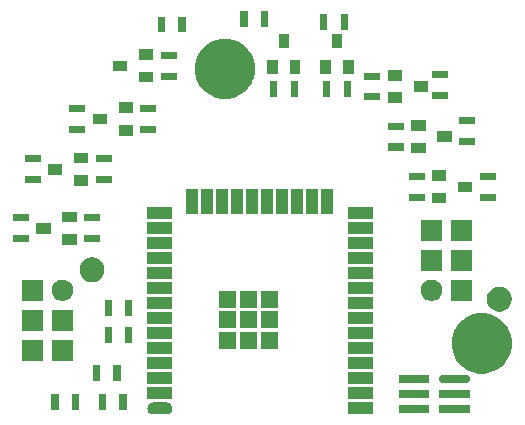
<source format=gbr>
G04 #@! TF.GenerationSoftware,KiCad,Pcbnew,(5.1.4)-1*
G04 #@! TF.CreationDate,2021-06-03T23:42:02+03:00*
G04 #@! TF.ProjectId,ITC-1,4954432d-312e-46b6-9963-61645f706362,rev?*
G04 #@! TF.SameCoordinates,Original*
G04 #@! TF.FileFunction,Soldermask,Bot*
G04 #@! TF.FilePolarity,Negative*
%FSLAX46Y46*%
G04 Gerber Fmt 4.6, Leading zero omitted, Abs format (unit mm)*
G04 Created by KiCad (PCBNEW (5.1.4)-1) date 2021-06-03 23:42:02*
%MOMM*%
%LPD*%
G04 APERTURE LIST*
%ADD10C,0.100000*%
G04 APERTURE END LIST*
D10*
G36*
X109550999Y-88501000D02*
G01*
X107448999Y-88501000D01*
X107448999Y-87499000D01*
X109550999Y-87499000D01*
X109550999Y-88501000D01*
X109550999Y-88501000D01*
G37*
G36*
X92148212Y-87506249D02*
G01*
X92242651Y-87534897D01*
X92329686Y-87581418D01*
X92405974Y-87644025D01*
X92468581Y-87720313D01*
X92515102Y-87807348D01*
X92543750Y-87901787D01*
X92553423Y-88000000D01*
X92543750Y-88098213D01*
X92515102Y-88192652D01*
X92468581Y-88279687D01*
X92405974Y-88355975D01*
X92329686Y-88418582D01*
X92242651Y-88465103D01*
X92148212Y-88493751D01*
X92074611Y-88501000D01*
X90925387Y-88501000D01*
X90851786Y-88493751D01*
X90757347Y-88465103D01*
X90670312Y-88418582D01*
X90594024Y-88355975D01*
X90531417Y-88279687D01*
X90484896Y-88192652D01*
X90456248Y-88098213D01*
X90446575Y-88000000D01*
X90456248Y-87901787D01*
X90484896Y-87807348D01*
X90531417Y-87720313D01*
X90594024Y-87644025D01*
X90670312Y-87581418D01*
X90757347Y-87534897D01*
X90851786Y-87506249D01*
X90925387Y-87499000D01*
X92074611Y-87499000D01*
X92148212Y-87506249D01*
X92148212Y-87506249D01*
G37*
G36*
X114327000Y-88391000D02*
G01*
X111725000Y-88391000D01*
X111725000Y-87689000D01*
X114327000Y-87689000D01*
X114327000Y-88391000D01*
X114327000Y-88391000D01*
G37*
G36*
X117751000Y-88391000D02*
G01*
X115149000Y-88391000D01*
X115149000Y-87689000D01*
X117751000Y-87689000D01*
X117751000Y-88391000D01*
X117751000Y-88391000D01*
G37*
G36*
X86926000Y-88176000D02*
G01*
X86324000Y-88176000D01*
X86324000Y-86824000D01*
X86926000Y-86824000D01*
X86926000Y-88176000D01*
X86926000Y-88176000D01*
G37*
G36*
X88676000Y-88176000D02*
G01*
X88074000Y-88176000D01*
X88074000Y-86824000D01*
X88676000Y-86824000D01*
X88676000Y-88176000D01*
X88676000Y-88176000D01*
G37*
G36*
X84676000Y-88176000D02*
G01*
X84074000Y-88176000D01*
X84074000Y-86824000D01*
X84676000Y-86824000D01*
X84676000Y-88176000D01*
X84676000Y-88176000D01*
G37*
G36*
X82926000Y-88176000D02*
G01*
X82324000Y-88176000D01*
X82324000Y-86824000D01*
X82926000Y-86824000D01*
X82926000Y-88176000D01*
X82926000Y-88176000D01*
G37*
G36*
X109550999Y-87231000D02*
G01*
X107448999Y-87231000D01*
X107448999Y-86229000D01*
X109550999Y-86229000D01*
X109550999Y-87231000D01*
X109550999Y-87231000D01*
G37*
G36*
X92550999Y-87231000D02*
G01*
X90448999Y-87231000D01*
X90448999Y-86229000D01*
X92550999Y-86229000D01*
X92550999Y-87231000D01*
X92550999Y-87231000D01*
G37*
G36*
X117751000Y-87121000D02*
G01*
X115149000Y-87121000D01*
X115149000Y-86419000D01*
X117751000Y-86419000D01*
X117751000Y-87121000D01*
X117751000Y-87121000D01*
G37*
G36*
X114327000Y-87121000D02*
G01*
X111725000Y-87121000D01*
X111725000Y-86419000D01*
X114327000Y-86419000D01*
X114327000Y-87121000D01*
X114327000Y-87121000D01*
G37*
G36*
X92550999Y-85961000D02*
G01*
X90448999Y-85961000D01*
X90448999Y-84959000D01*
X92550999Y-84959000D01*
X92550999Y-85961000D01*
X92550999Y-85961000D01*
G37*
G36*
X109550999Y-85961000D02*
G01*
X107448999Y-85961000D01*
X107448999Y-84959000D01*
X109550999Y-84959000D01*
X109550999Y-85961000D01*
X109550999Y-85961000D01*
G37*
G36*
X114327000Y-85851000D02*
G01*
X111725000Y-85851000D01*
X111725000Y-85149000D01*
X114327000Y-85149000D01*
X114327000Y-85851000D01*
X114327000Y-85851000D01*
G37*
G36*
X117468809Y-85154078D02*
G01*
X117534969Y-85174149D01*
X117534972Y-85174150D01*
X117595949Y-85206742D01*
X117614897Y-85222293D01*
X117649396Y-85250604D01*
X117677707Y-85285103D01*
X117693258Y-85304051D01*
X117725850Y-85365028D01*
X117725851Y-85365031D01*
X117745922Y-85431192D01*
X117752698Y-85500000D01*
X117745922Y-85568808D01*
X117725851Y-85634969D01*
X117725850Y-85634972D01*
X117693258Y-85695949D01*
X117677707Y-85714897D01*
X117649396Y-85749396D01*
X117614897Y-85777707D01*
X117595949Y-85793258D01*
X117534972Y-85825850D01*
X117534969Y-85825851D01*
X117468809Y-85845922D01*
X117417244Y-85851000D01*
X115482756Y-85851000D01*
X115431191Y-85845922D01*
X115365031Y-85825851D01*
X115365028Y-85825850D01*
X115304051Y-85793258D01*
X115285103Y-85777707D01*
X115250604Y-85749396D01*
X115222293Y-85714897D01*
X115206742Y-85695949D01*
X115174150Y-85634972D01*
X115174149Y-85634969D01*
X115154078Y-85568808D01*
X115147302Y-85500000D01*
X115154078Y-85431192D01*
X115174149Y-85365031D01*
X115174150Y-85365028D01*
X115206742Y-85304051D01*
X115222293Y-85285103D01*
X115250604Y-85250604D01*
X115285103Y-85222293D01*
X115304051Y-85206742D01*
X115365028Y-85174150D01*
X115365031Y-85174149D01*
X115431191Y-85154078D01*
X115482756Y-85149000D01*
X117417244Y-85149000D01*
X117468809Y-85154078D01*
X117468809Y-85154078D01*
G37*
G36*
X86426000Y-85676000D02*
G01*
X85824000Y-85676000D01*
X85824000Y-84324000D01*
X86426000Y-84324000D01*
X86426000Y-85676000D01*
X86426000Y-85676000D01*
G37*
G36*
X88176000Y-85676000D02*
G01*
X87574000Y-85676000D01*
X87574000Y-84324000D01*
X88176000Y-84324000D01*
X88176000Y-85676000D01*
X88176000Y-85676000D01*
G37*
G36*
X119494098Y-80047033D02*
G01*
X119958350Y-80239332D01*
X119958352Y-80239333D01*
X120376168Y-80518509D01*
X120731491Y-80873832D01*
X120966802Y-81226000D01*
X121010668Y-81291650D01*
X121202967Y-81755902D01*
X121301000Y-82248747D01*
X121301000Y-82751253D01*
X121202967Y-83244098D01*
X121129692Y-83421000D01*
X121010667Y-83708352D01*
X120731491Y-84126168D01*
X120376168Y-84481491D01*
X119958352Y-84760667D01*
X119958351Y-84760668D01*
X119958350Y-84760668D01*
X119494098Y-84952967D01*
X119001253Y-85051000D01*
X118498747Y-85051000D01*
X118005902Y-84952967D01*
X117541650Y-84760668D01*
X117541649Y-84760668D01*
X117541648Y-84760667D01*
X117123832Y-84481491D01*
X116768509Y-84126168D01*
X116489333Y-83708352D01*
X116370308Y-83421000D01*
X116297033Y-83244098D01*
X116199000Y-82751253D01*
X116199000Y-82248747D01*
X116297033Y-81755902D01*
X116489332Y-81291650D01*
X116533198Y-81226000D01*
X116768509Y-80873832D01*
X117123832Y-80518509D01*
X117541648Y-80239333D01*
X117541650Y-80239332D01*
X118005902Y-80047033D01*
X118498747Y-79949000D01*
X119001253Y-79949000D01*
X119494098Y-80047033D01*
X119494098Y-80047033D01*
G37*
G36*
X109550999Y-84691000D02*
G01*
X107448999Y-84691000D01*
X107448999Y-83689000D01*
X109550999Y-83689000D01*
X109550999Y-84691000D01*
X109550999Y-84691000D01*
G37*
G36*
X92550999Y-84691000D02*
G01*
X90448999Y-84691000D01*
X90448999Y-83689000D01*
X92550999Y-83689000D01*
X92550999Y-84691000D01*
X92550999Y-84691000D01*
G37*
G36*
X84151000Y-83981000D02*
G01*
X82349000Y-83981000D01*
X82349000Y-82179000D01*
X84151000Y-82179000D01*
X84151000Y-83981000D01*
X84151000Y-83981000D01*
G37*
G36*
X81611000Y-83981000D02*
G01*
X79809000Y-83981000D01*
X79809000Y-82179000D01*
X81611000Y-82179000D01*
X81611000Y-83981000D01*
X81611000Y-83981000D01*
G37*
G36*
X92550999Y-83421000D02*
G01*
X90448999Y-83421000D01*
X90448999Y-82419000D01*
X92550999Y-82419000D01*
X92550999Y-83421000D01*
X92550999Y-83421000D01*
G37*
G36*
X109550999Y-83421000D02*
G01*
X107448999Y-83421000D01*
X107448999Y-82419000D01*
X109550999Y-82419000D01*
X109550999Y-83421000D01*
X109550999Y-83421000D01*
G37*
G36*
X99725999Y-82976000D02*
G01*
X98273999Y-82976000D01*
X98273999Y-81524000D01*
X99725999Y-81524000D01*
X99725999Y-82976000D01*
X99725999Y-82976000D01*
G37*
G36*
X97975999Y-82976000D02*
G01*
X96523999Y-82976000D01*
X96523999Y-81524000D01*
X97975999Y-81524000D01*
X97975999Y-82976000D01*
X97975999Y-82976000D01*
G37*
G36*
X101475999Y-82976000D02*
G01*
X100023999Y-82976000D01*
X100023999Y-81524000D01*
X101475999Y-81524000D01*
X101475999Y-82976000D01*
X101475999Y-82976000D01*
G37*
G36*
X87426000Y-82426000D02*
G01*
X86824000Y-82426000D01*
X86824000Y-81074000D01*
X87426000Y-81074000D01*
X87426000Y-82426000D01*
X87426000Y-82426000D01*
G37*
G36*
X89176000Y-82426000D02*
G01*
X88574000Y-82426000D01*
X88574000Y-81074000D01*
X89176000Y-81074000D01*
X89176000Y-82426000D01*
X89176000Y-82426000D01*
G37*
G36*
X109550999Y-82151000D02*
G01*
X107448999Y-82151000D01*
X107448999Y-81149000D01*
X109550999Y-81149000D01*
X109550999Y-82151000D01*
X109550999Y-82151000D01*
G37*
G36*
X92550999Y-82151000D02*
G01*
X90448999Y-82151000D01*
X90448999Y-81149000D01*
X92550999Y-81149000D01*
X92550999Y-82151000D01*
X92550999Y-82151000D01*
G37*
G36*
X81611000Y-81441000D02*
G01*
X79809000Y-81441000D01*
X79809000Y-79639000D01*
X81611000Y-79639000D01*
X81611000Y-81441000D01*
X81611000Y-81441000D01*
G37*
G36*
X84151000Y-81441000D02*
G01*
X82349000Y-81441000D01*
X82349000Y-79639000D01*
X84151000Y-79639000D01*
X84151000Y-81441000D01*
X84151000Y-81441000D01*
G37*
G36*
X97975999Y-81226000D02*
G01*
X96523999Y-81226000D01*
X96523999Y-79774000D01*
X97975999Y-79774000D01*
X97975999Y-81226000D01*
X97975999Y-81226000D01*
G37*
G36*
X99725999Y-81226000D02*
G01*
X98273999Y-81226000D01*
X98273999Y-79774000D01*
X99725999Y-79774000D01*
X99725999Y-81226000D01*
X99725999Y-81226000D01*
G37*
G36*
X101475999Y-81226000D02*
G01*
X100023999Y-81226000D01*
X100023999Y-79774000D01*
X101475999Y-79774000D01*
X101475999Y-81226000D01*
X101475999Y-81226000D01*
G37*
G36*
X109550999Y-80881000D02*
G01*
X107448999Y-80881000D01*
X107448999Y-79879000D01*
X109550999Y-79879000D01*
X109550999Y-80881000D01*
X109550999Y-80881000D01*
G37*
G36*
X92550999Y-80881000D02*
G01*
X90448999Y-80881000D01*
X90448999Y-79879000D01*
X92550999Y-79879000D01*
X92550999Y-80881000D01*
X92550999Y-80881000D01*
G37*
G36*
X87426000Y-80176000D02*
G01*
X86824000Y-80176000D01*
X86824000Y-78824000D01*
X87426000Y-78824000D01*
X87426000Y-80176000D01*
X87426000Y-80176000D01*
G37*
G36*
X89176000Y-80176000D02*
G01*
X88574000Y-80176000D01*
X88574000Y-78824000D01*
X89176000Y-78824000D01*
X89176000Y-80176000D01*
X89176000Y-80176000D01*
G37*
G36*
X120556564Y-77739389D02*
G01*
X120747833Y-77818615D01*
X120747835Y-77818616D01*
X120919973Y-77933635D01*
X121066365Y-78080027D01*
X121072188Y-78088741D01*
X121181385Y-78252167D01*
X121260611Y-78443436D01*
X121301000Y-78646484D01*
X121301000Y-78853516D01*
X121260611Y-79056564D01*
X121181385Y-79247833D01*
X121181384Y-79247835D01*
X121066365Y-79419973D01*
X120919973Y-79566365D01*
X120747835Y-79681384D01*
X120747834Y-79681385D01*
X120747833Y-79681385D01*
X120556564Y-79760611D01*
X120353516Y-79801000D01*
X120146484Y-79801000D01*
X119943436Y-79760611D01*
X119752167Y-79681385D01*
X119752166Y-79681385D01*
X119752165Y-79681384D01*
X119580027Y-79566365D01*
X119433635Y-79419973D01*
X119318616Y-79247835D01*
X119318615Y-79247833D01*
X119239389Y-79056564D01*
X119199000Y-78853516D01*
X119199000Y-78646484D01*
X119239389Y-78443436D01*
X119318615Y-78252167D01*
X119427813Y-78088741D01*
X119433635Y-78080027D01*
X119580027Y-77933635D01*
X119752165Y-77818616D01*
X119752167Y-77818615D01*
X119943436Y-77739389D01*
X120146484Y-77699000D01*
X120353516Y-77699000D01*
X120556564Y-77739389D01*
X120556564Y-77739389D01*
G37*
G36*
X92550999Y-79611000D02*
G01*
X90448999Y-79611000D01*
X90448999Y-78609000D01*
X92550999Y-78609000D01*
X92550999Y-79611000D01*
X92550999Y-79611000D01*
G37*
G36*
X109550999Y-79611000D02*
G01*
X107448999Y-79611000D01*
X107448999Y-78609000D01*
X109550999Y-78609000D01*
X109550999Y-79611000D01*
X109550999Y-79611000D01*
G37*
G36*
X97975999Y-79476000D02*
G01*
X96523999Y-79476000D01*
X96523999Y-78024000D01*
X97975999Y-78024000D01*
X97975999Y-79476000D01*
X97975999Y-79476000D01*
G37*
G36*
X101475999Y-79476000D02*
G01*
X100023999Y-79476000D01*
X100023999Y-78024000D01*
X101475999Y-78024000D01*
X101475999Y-79476000D01*
X101475999Y-79476000D01*
G37*
G36*
X99725999Y-79476000D02*
G01*
X98273999Y-79476000D01*
X98273999Y-78024000D01*
X99725999Y-78024000D01*
X99725999Y-79476000D01*
X99725999Y-79476000D01*
G37*
G36*
X114613512Y-77103927D02*
G01*
X114762812Y-77133624D01*
X114926784Y-77201544D01*
X115074354Y-77300147D01*
X115199853Y-77425646D01*
X115298456Y-77573216D01*
X115366376Y-77737188D01*
X115401000Y-77911259D01*
X115401000Y-78088741D01*
X115366376Y-78262812D01*
X115298456Y-78426784D01*
X115199853Y-78574354D01*
X115074354Y-78699853D01*
X114926784Y-78798456D01*
X114762812Y-78866376D01*
X114613512Y-78896073D01*
X114588742Y-78901000D01*
X114411258Y-78901000D01*
X114386488Y-78896073D01*
X114237188Y-78866376D01*
X114073216Y-78798456D01*
X113925646Y-78699853D01*
X113800147Y-78574354D01*
X113701544Y-78426784D01*
X113633624Y-78262812D01*
X113599000Y-78088741D01*
X113599000Y-77911259D01*
X113633624Y-77737188D01*
X113701544Y-77573216D01*
X113800147Y-77425646D01*
X113925646Y-77300147D01*
X114073216Y-77201544D01*
X114237188Y-77133624D01*
X114386488Y-77103927D01*
X114411258Y-77099000D01*
X114588742Y-77099000D01*
X114613512Y-77103927D01*
X114613512Y-77103927D01*
G37*
G36*
X83363512Y-77103927D02*
G01*
X83512812Y-77133624D01*
X83676784Y-77201544D01*
X83824354Y-77300147D01*
X83949853Y-77425646D01*
X84048456Y-77573216D01*
X84116376Y-77737188D01*
X84151000Y-77911259D01*
X84151000Y-78088741D01*
X84116376Y-78262812D01*
X84048456Y-78426784D01*
X83949853Y-78574354D01*
X83824354Y-78699853D01*
X83676784Y-78798456D01*
X83512812Y-78866376D01*
X83363512Y-78896073D01*
X83338742Y-78901000D01*
X83161258Y-78901000D01*
X83136488Y-78896073D01*
X82987188Y-78866376D01*
X82823216Y-78798456D01*
X82675646Y-78699853D01*
X82550147Y-78574354D01*
X82451544Y-78426784D01*
X82383624Y-78262812D01*
X82349000Y-78088741D01*
X82349000Y-77911259D01*
X82383624Y-77737188D01*
X82451544Y-77573216D01*
X82550147Y-77425646D01*
X82675646Y-77300147D01*
X82823216Y-77201544D01*
X82987188Y-77133624D01*
X83136488Y-77103927D01*
X83161258Y-77099000D01*
X83338742Y-77099000D01*
X83363512Y-77103927D01*
X83363512Y-77103927D01*
G37*
G36*
X81611000Y-78901000D02*
G01*
X79809000Y-78901000D01*
X79809000Y-77099000D01*
X81611000Y-77099000D01*
X81611000Y-78901000D01*
X81611000Y-78901000D01*
G37*
G36*
X117941000Y-78901000D02*
G01*
X116139000Y-78901000D01*
X116139000Y-77099000D01*
X117941000Y-77099000D01*
X117941000Y-78901000D01*
X117941000Y-78901000D01*
G37*
G36*
X109550999Y-78341000D02*
G01*
X107448999Y-78341000D01*
X107448999Y-77339000D01*
X109550999Y-77339000D01*
X109550999Y-78341000D01*
X109550999Y-78341000D01*
G37*
G36*
X92550999Y-78341000D02*
G01*
X90448999Y-78341000D01*
X90448999Y-77339000D01*
X92550999Y-77339000D01*
X92550999Y-78341000D01*
X92550999Y-78341000D01*
G37*
G36*
X86056564Y-75239389D02*
G01*
X86247833Y-75318615D01*
X86247835Y-75318616D01*
X86419973Y-75433635D01*
X86566365Y-75580027D01*
X86681385Y-75752167D01*
X86760611Y-75943436D01*
X86801000Y-76146484D01*
X86801000Y-76353516D01*
X86760611Y-76556564D01*
X86681385Y-76747833D01*
X86681384Y-76747835D01*
X86566365Y-76919973D01*
X86419973Y-77066365D01*
X86247835Y-77181384D01*
X86247834Y-77181385D01*
X86247833Y-77181385D01*
X86056564Y-77260611D01*
X85853516Y-77301000D01*
X85646484Y-77301000D01*
X85443436Y-77260611D01*
X85252167Y-77181385D01*
X85252166Y-77181385D01*
X85252165Y-77181384D01*
X85080027Y-77066365D01*
X84933635Y-76919973D01*
X84818616Y-76747835D01*
X84818615Y-76747833D01*
X84739389Y-76556564D01*
X84699000Y-76353516D01*
X84699000Y-76146484D01*
X84739389Y-75943436D01*
X84818615Y-75752167D01*
X84933635Y-75580027D01*
X85080027Y-75433635D01*
X85252165Y-75318616D01*
X85252167Y-75318615D01*
X85443436Y-75239389D01*
X85646484Y-75199000D01*
X85853516Y-75199000D01*
X86056564Y-75239389D01*
X86056564Y-75239389D01*
G37*
G36*
X109550999Y-77071000D02*
G01*
X107448999Y-77071000D01*
X107448999Y-76069000D01*
X109550999Y-76069000D01*
X109550999Y-77071000D01*
X109550999Y-77071000D01*
G37*
G36*
X92550999Y-77071000D02*
G01*
X90448999Y-77071000D01*
X90448999Y-76069000D01*
X92550999Y-76069000D01*
X92550999Y-77071000D01*
X92550999Y-77071000D01*
G37*
G36*
X115401000Y-76361000D02*
G01*
X113599000Y-76361000D01*
X113599000Y-74559000D01*
X115401000Y-74559000D01*
X115401000Y-76361000D01*
X115401000Y-76361000D01*
G37*
G36*
X117941000Y-76361000D02*
G01*
X116139000Y-76361000D01*
X116139000Y-74559000D01*
X117941000Y-74559000D01*
X117941000Y-76361000D01*
X117941000Y-76361000D01*
G37*
G36*
X92550999Y-75801000D02*
G01*
X90448999Y-75801000D01*
X90448999Y-74799000D01*
X92550999Y-74799000D01*
X92550999Y-75801000D01*
X92550999Y-75801000D01*
G37*
G36*
X109550999Y-75801000D02*
G01*
X107448999Y-75801000D01*
X107448999Y-74799000D01*
X109550999Y-74799000D01*
X109550999Y-75801000D01*
X109550999Y-75801000D01*
G37*
G36*
X92550999Y-74531000D02*
G01*
X90448999Y-74531000D01*
X90448999Y-73529000D01*
X92550999Y-73529000D01*
X92550999Y-74531000D01*
X92550999Y-74531000D01*
G37*
G36*
X109550999Y-74531000D02*
G01*
X107448999Y-74531000D01*
X107448999Y-73529000D01*
X109550999Y-73529000D01*
X109550999Y-74531000D01*
X109550999Y-74531000D01*
G37*
G36*
X84451000Y-74151000D02*
G01*
X83249000Y-74151000D01*
X83249000Y-73249000D01*
X84451000Y-73249000D01*
X84451000Y-74151000D01*
X84451000Y-74151000D01*
G37*
G36*
X80426000Y-73926000D02*
G01*
X79074000Y-73926000D01*
X79074000Y-73324000D01*
X80426000Y-73324000D01*
X80426000Y-73926000D01*
X80426000Y-73926000D01*
G37*
G36*
X86426000Y-73926000D02*
G01*
X85074000Y-73926000D01*
X85074000Y-73324000D01*
X86426000Y-73324000D01*
X86426000Y-73926000D01*
X86426000Y-73926000D01*
G37*
G36*
X115401000Y-73821000D02*
G01*
X113599000Y-73821000D01*
X113599000Y-72019000D01*
X115401000Y-72019000D01*
X115401000Y-73821000D01*
X115401000Y-73821000D01*
G37*
G36*
X117941000Y-73821000D02*
G01*
X116139000Y-73821000D01*
X116139000Y-72019000D01*
X117941000Y-72019000D01*
X117941000Y-73821000D01*
X117941000Y-73821000D01*
G37*
G36*
X109550999Y-73261000D02*
G01*
X107448999Y-73261000D01*
X107448999Y-72259000D01*
X109550999Y-72259000D01*
X109550999Y-73261000D01*
X109550999Y-73261000D01*
G37*
G36*
X92550999Y-73261000D02*
G01*
X90448999Y-73261000D01*
X90448999Y-72259000D01*
X92550999Y-72259000D01*
X92550999Y-73261000D01*
X92550999Y-73261000D01*
G37*
G36*
X82251000Y-73201000D02*
G01*
X81049000Y-73201000D01*
X81049000Y-72299000D01*
X82251000Y-72299000D01*
X82251000Y-73201000D01*
X82251000Y-73201000D01*
G37*
G36*
X84451000Y-72251000D02*
G01*
X83249000Y-72251000D01*
X83249000Y-71349000D01*
X84451000Y-71349000D01*
X84451000Y-72251000D01*
X84451000Y-72251000D01*
G37*
G36*
X80426000Y-72176000D02*
G01*
X79074000Y-72176000D01*
X79074000Y-71574000D01*
X80426000Y-71574000D01*
X80426000Y-72176000D01*
X80426000Y-72176000D01*
G37*
G36*
X86426000Y-72176000D02*
G01*
X85074000Y-72176000D01*
X85074000Y-71574000D01*
X86426000Y-71574000D01*
X86426000Y-72176000D01*
X86426000Y-72176000D01*
G37*
G36*
X109550999Y-71991000D02*
G01*
X107448999Y-71991000D01*
X107448999Y-70989000D01*
X109550999Y-70989000D01*
X109550999Y-71991000D01*
X109550999Y-71991000D01*
G37*
G36*
X92550999Y-71991000D02*
G01*
X90448999Y-71991000D01*
X90448999Y-70989000D01*
X92550999Y-70989000D01*
X92550999Y-71991000D01*
X92550999Y-71991000D01*
G37*
G36*
X104910999Y-71551000D02*
G01*
X103908999Y-71551000D01*
X103908999Y-69449000D01*
X104910999Y-69449000D01*
X104910999Y-71551000D01*
X104910999Y-71551000D01*
G37*
G36*
X97290999Y-71551000D02*
G01*
X96288999Y-71551000D01*
X96288999Y-69449000D01*
X97290999Y-69449000D01*
X97290999Y-71551000D01*
X97290999Y-71551000D01*
G37*
G36*
X106180999Y-71551000D02*
G01*
X105178999Y-71551000D01*
X105178999Y-69449000D01*
X106180999Y-69449000D01*
X106180999Y-71551000D01*
X106180999Y-71551000D01*
G37*
G36*
X103640999Y-71551000D02*
G01*
X102638999Y-71551000D01*
X102638999Y-69449000D01*
X103640999Y-69449000D01*
X103640999Y-71551000D01*
X103640999Y-71551000D01*
G37*
G36*
X94750999Y-71551000D02*
G01*
X93748999Y-71551000D01*
X93748999Y-69449000D01*
X94750999Y-69449000D01*
X94750999Y-71551000D01*
X94750999Y-71551000D01*
G37*
G36*
X102370999Y-71551000D02*
G01*
X101368999Y-71551000D01*
X101368999Y-69449000D01*
X102370999Y-69449000D01*
X102370999Y-71551000D01*
X102370999Y-71551000D01*
G37*
G36*
X101100999Y-71551000D02*
G01*
X100098999Y-71551000D01*
X100098999Y-69449000D01*
X101100999Y-69449000D01*
X101100999Y-71551000D01*
X101100999Y-71551000D01*
G37*
G36*
X99830999Y-71551000D02*
G01*
X98828999Y-71551000D01*
X98828999Y-69449000D01*
X99830999Y-69449000D01*
X99830999Y-71551000D01*
X99830999Y-71551000D01*
G37*
G36*
X96020999Y-71551000D02*
G01*
X95018999Y-71551000D01*
X95018999Y-69449000D01*
X96020999Y-69449000D01*
X96020999Y-71551000D01*
X96020999Y-71551000D01*
G37*
G36*
X98560999Y-71551000D02*
G01*
X97558999Y-71551000D01*
X97558999Y-69449000D01*
X98560999Y-69449000D01*
X98560999Y-71551000D01*
X98560999Y-71551000D01*
G37*
G36*
X115751000Y-70651000D02*
G01*
X114549000Y-70651000D01*
X114549000Y-69749000D01*
X115751000Y-69749000D01*
X115751000Y-70651000D01*
X115751000Y-70651000D01*
G37*
G36*
X113926000Y-70426000D02*
G01*
X112574000Y-70426000D01*
X112574000Y-69824000D01*
X113926000Y-69824000D01*
X113926000Y-70426000D01*
X113926000Y-70426000D01*
G37*
G36*
X119926000Y-70426000D02*
G01*
X118574000Y-70426000D01*
X118574000Y-69824000D01*
X119926000Y-69824000D01*
X119926000Y-70426000D01*
X119926000Y-70426000D01*
G37*
G36*
X117951000Y-69701000D02*
G01*
X116749000Y-69701000D01*
X116749000Y-68799000D01*
X117951000Y-68799000D01*
X117951000Y-69701000D01*
X117951000Y-69701000D01*
G37*
G36*
X85451000Y-69151000D02*
G01*
X84249000Y-69151000D01*
X84249000Y-68249000D01*
X85451000Y-68249000D01*
X85451000Y-69151000D01*
X85451000Y-69151000D01*
G37*
G36*
X87426000Y-68926000D02*
G01*
X86074000Y-68926000D01*
X86074000Y-68324000D01*
X87426000Y-68324000D01*
X87426000Y-68926000D01*
X87426000Y-68926000D01*
G37*
G36*
X81426000Y-68926000D02*
G01*
X80074000Y-68926000D01*
X80074000Y-68324000D01*
X81426000Y-68324000D01*
X81426000Y-68926000D01*
X81426000Y-68926000D01*
G37*
G36*
X115751000Y-68751000D02*
G01*
X114549000Y-68751000D01*
X114549000Y-67849000D01*
X115751000Y-67849000D01*
X115751000Y-68751000D01*
X115751000Y-68751000D01*
G37*
G36*
X113926000Y-68676000D02*
G01*
X112574000Y-68676000D01*
X112574000Y-68074000D01*
X113926000Y-68074000D01*
X113926000Y-68676000D01*
X113926000Y-68676000D01*
G37*
G36*
X119926000Y-68676000D02*
G01*
X118574000Y-68676000D01*
X118574000Y-68074000D01*
X119926000Y-68074000D01*
X119926000Y-68676000D01*
X119926000Y-68676000D01*
G37*
G36*
X83251000Y-68201000D02*
G01*
X82049000Y-68201000D01*
X82049000Y-67299000D01*
X83251000Y-67299000D01*
X83251000Y-68201000D01*
X83251000Y-68201000D01*
G37*
G36*
X85451000Y-67251000D02*
G01*
X84249000Y-67251000D01*
X84249000Y-66349000D01*
X85451000Y-66349000D01*
X85451000Y-67251000D01*
X85451000Y-67251000D01*
G37*
G36*
X81426000Y-67176000D02*
G01*
X80074000Y-67176000D01*
X80074000Y-66574000D01*
X81426000Y-66574000D01*
X81426000Y-67176000D01*
X81426000Y-67176000D01*
G37*
G36*
X87426000Y-67176000D02*
G01*
X86074000Y-67176000D01*
X86074000Y-66574000D01*
X87426000Y-66574000D01*
X87426000Y-67176000D01*
X87426000Y-67176000D01*
G37*
G36*
X114001000Y-66401000D02*
G01*
X112799000Y-66401000D01*
X112799000Y-65499000D01*
X114001000Y-65499000D01*
X114001000Y-66401000D01*
X114001000Y-66401000D01*
G37*
G36*
X112176000Y-66176000D02*
G01*
X110824000Y-66176000D01*
X110824000Y-65574000D01*
X112176000Y-65574000D01*
X112176000Y-66176000D01*
X112176000Y-66176000D01*
G37*
G36*
X118176000Y-65676000D02*
G01*
X116824000Y-65676000D01*
X116824000Y-65074000D01*
X118176000Y-65074000D01*
X118176000Y-65676000D01*
X118176000Y-65676000D01*
G37*
G36*
X116201000Y-65451000D02*
G01*
X114999000Y-65451000D01*
X114999000Y-64549000D01*
X116201000Y-64549000D01*
X116201000Y-65451000D01*
X116201000Y-65451000D01*
G37*
G36*
X89201000Y-64901000D02*
G01*
X87999000Y-64901000D01*
X87999000Y-63999000D01*
X89201000Y-63999000D01*
X89201000Y-64901000D01*
X89201000Y-64901000D01*
G37*
G36*
X85176000Y-64676000D02*
G01*
X83824000Y-64676000D01*
X83824000Y-64074000D01*
X85176000Y-64074000D01*
X85176000Y-64676000D01*
X85176000Y-64676000D01*
G37*
G36*
X91176000Y-64676000D02*
G01*
X89824000Y-64676000D01*
X89824000Y-64074000D01*
X91176000Y-64074000D01*
X91176000Y-64676000D01*
X91176000Y-64676000D01*
G37*
G36*
X114001000Y-64501000D02*
G01*
X112799000Y-64501000D01*
X112799000Y-63599000D01*
X114001000Y-63599000D01*
X114001000Y-64501000D01*
X114001000Y-64501000D01*
G37*
G36*
X112176000Y-64426000D02*
G01*
X110824000Y-64426000D01*
X110824000Y-63824000D01*
X112176000Y-63824000D01*
X112176000Y-64426000D01*
X112176000Y-64426000D01*
G37*
G36*
X87001000Y-63951000D02*
G01*
X85799000Y-63951000D01*
X85799000Y-63049000D01*
X87001000Y-63049000D01*
X87001000Y-63951000D01*
X87001000Y-63951000D01*
G37*
G36*
X118176000Y-63926000D02*
G01*
X116824000Y-63926000D01*
X116824000Y-63324000D01*
X118176000Y-63324000D01*
X118176000Y-63926000D01*
X118176000Y-63926000D01*
G37*
G36*
X89201000Y-63001000D02*
G01*
X87999000Y-63001000D01*
X87999000Y-62099000D01*
X89201000Y-62099000D01*
X89201000Y-63001000D01*
X89201000Y-63001000D01*
G37*
G36*
X91176000Y-62926000D02*
G01*
X89824000Y-62926000D01*
X89824000Y-62324000D01*
X91176000Y-62324000D01*
X91176000Y-62926000D01*
X91176000Y-62926000D01*
G37*
G36*
X85176000Y-62926000D02*
G01*
X83824000Y-62926000D01*
X83824000Y-62324000D01*
X85176000Y-62324000D01*
X85176000Y-62926000D01*
X85176000Y-62926000D01*
G37*
G36*
X112001000Y-62151000D02*
G01*
X110799000Y-62151000D01*
X110799000Y-61249000D01*
X112001000Y-61249000D01*
X112001000Y-62151000D01*
X112001000Y-62151000D01*
G37*
G36*
X110176000Y-61926000D02*
G01*
X108824000Y-61926000D01*
X108824000Y-61324000D01*
X110176000Y-61324000D01*
X110176000Y-61926000D01*
X110176000Y-61926000D01*
G37*
G36*
X97744098Y-56797033D02*
G01*
X98208350Y-56989332D01*
X98208352Y-56989333D01*
X98626168Y-57268509D01*
X98981491Y-57623832D01*
X99115239Y-57824000D01*
X99260668Y-58041650D01*
X99452967Y-58505902D01*
X99551000Y-58998747D01*
X99551000Y-59501253D01*
X99452967Y-59994098D01*
X99316317Y-60324000D01*
X99260667Y-60458352D01*
X98981491Y-60876168D01*
X98626168Y-61231491D01*
X98208352Y-61510667D01*
X98208351Y-61510668D01*
X98208350Y-61510668D01*
X97744098Y-61702967D01*
X97251253Y-61801000D01*
X96748747Y-61801000D01*
X96255902Y-61702967D01*
X95791650Y-61510668D01*
X95791649Y-61510668D01*
X95791648Y-61510667D01*
X95373832Y-61231491D01*
X95018509Y-60876168D01*
X94739333Y-60458352D01*
X94683683Y-60324000D01*
X94547033Y-59994098D01*
X94449000Y-59501253D01*
X94449000Y-58998747D01*
X94547033Y-58505902D01*
X94739332Y-58041650D01*
X94884761Y-57824000D01*
X95018509Y-57623832D01*
X95373832Y-57268509D01*
X95791648Y-56989333D01*
X95791650Y-56989332D01*
X96255902Y-56797033D01*
X96748747Y-56699000D01*
X97251253Y-56699000D01*
X97744098Y-56797033D01*
X97744098Y-56797033D01*
G37*
G36*
X115926000Y-61801000D02*
G01*
X114574000Y-61801000D01*
X114574000Y-61199000D01*
X115926000Y-61199000D01*
X115926000Y-61801000D01*
X115926000Y-61801000D01*
G37*
G36*
X101426002Y-61676000D02*
G01*
X100824002Y-61676000D01*
X100824002Y-60324000D01*
X101426002Y-60324000D01*
X101426002Y-61676000D01*
X101426002Y-61676000D01*
G37*
G36*
X107676000Y-61676000D02*
G01*
X107074000Y-61676000D01*
X107074000Y-60324000D01*
X107676000Y-60324000D01*
X107676000Y-61676000D01*
X107676000Y-61676000D01*
G37*
G36*
X105926000Y-61676000D02*
G01*
X105324000Y-61676000D01*
X105324000Y-60324000D01*
X105926000Y-60324000D01*
X105926000Y-61676000D01*
X105926000Y-61676000D01*
G37*
G36*
X103176002Y-61676000D02*
G01*
X102574002Y-61676000D01*
X102574002Y-60324000D01*
X103176002Y-60324000D01*
X103176002Y-61676000D01*
X103176002Y-61676000D01*
G37*
G36*
X114201000Y-61201000D02*
G01*
X112999000Y-61201000D01*
X112999000Y-60299000D01*
X114201000Y-60299000D01*
X114201000Y-61201000D01*
X114201000Y-61201000D01*
G37*
G36*
X90951000Y-60401000D02*
G01*
X89749000Y-60401000D01*
X89749000Y-59499000D01*
X90951000Y-59499000D01*
X90951000Y-60401000D01*
X90951000Y-60401000D01*
G37*
G36*
X112001000Y-60251000D02*
G01*
X110799000Y-60251000D01*
X110799000Y-59349000D01*
X112001000Y-59349000D01*
X112001000Y-60251000D01*
X112001000Y-60251000D01*
G37*
G36*
X110176000Y-60176000D02*
G01*
X108824000Y-60176000D01*
X108824000Y-59574000D01*
X110176000Y-59574000D01*
X110176000Y-60176000D01*
X110176000Y-60176000D01*
G37*
G36*
X92926000Y-60176000D02*
G01*
X91574000Y-60176000D01*
X91574000Y-59574000D01*
X92926000Y-59574000D01*
X92926000Y-60176000D01*
X92926000Y-60176000D01*
G37*
G36*
X115926000Y-60051000D02*
G01*
X114574000Y-60051000D01*
X114574000Y-59449000D01*
X115926000Y-59449000D01*
X115926000Y-60051000D01*
X115926000Y-60051000D01*
G37*
G36*
X106001000Y-59701000D02*
G01*
X105099000Y-59701000D01*
X105099000Y-58499000D01*
X106001000Y-58499000D01*
X106001000Y-59701000D01*
X106001000Y-59701000D01*
G37*
G36*
X103401000Y-59701000D02*
G01*
X102499000Y-59701000D01*
X102499000Y-58499000D01*
X103401000Y-58499000D01*
X103401000Y-59701000D01*
X103401000Y-59701000D01*
G37*
G36*
X101501000Y-59701000D02*
G01*
X100599000Y-59701000D01*
X100599000Y-58499000D01*
X101501000Y-58499000D01*
X101501000Y-59701000D01*
X101501000Y-59701000D01*
G37*
G36*
X107901000Y-59701000D02*
G01*
X106999000Y-59701000D01*
X106999000Y-58499000D01*
X107901000Y-58499000D01*
X107901000Y-59701000D01*
X107901000Y-59701000D01*
G37*
G36*
X88751000Y-59451000D02*
G01*
X87549000Y-59451000D01*
X87549000Y-58549000D01*
X88751000Y-58549000D01*
X88751000Y-59451000D01*
X88751000Y-59451000D01*
G37*
G36*
X90951000Y-58501000D02*
G01*
X89749000Y-58501000D01*
X89749000Y-57599000D01*
X90951000Y-57599000D01*
X90951000Y-58501000D01*
X90951000Y-58501000D01*
G37*
G36*
X92926000Y-58426000D02*
G01*
X91574000Y-58426000D01*
X91574000Y-57824000D01*
X92926000Y-57824000D01*
X92926000Y-58426000D01*
X92926000Y-58426000D01*
G37*
G36*
X102451000Y-57501000D02*
G01*
X101549000Y-57501000D01*
X101549000Y-56299000D01*
X102451000Y-56299000D01*
X102451000Y-57501000D01*
X102451000Y-57501000D01*
G37*
G36*
X106951000Y-57501000D02*
G01*
X106049000Y-57501000D01*
X106049000Y-56299000D01*
X106951000Y-56299000D01*
X106951000Y-57501000D01*
X106951000Y-57501000D01*
G37*
G36*
X93676000Y-56176000D02*
G01*
X93074000Y-56176000D01*
X93074000Y-54824000D01*
X93676000Y-54824000D01*
X93676000Y-56176000D01*
X93676000Y-56176000D01*
G37*
G36*
X91926000Y-56176000D02*
G01*
X91324000Y-56176000D01*
X91324000Y-54824000D01*
X91926000Y-54824000D01*
X91926000Y-56176000D01*
X91926000Y-56176000D01*
G37*
G36*
X107426000Y-55926000D02*
G01*
X106824000Y-55926000D01*
X106824000Y-54574000D01*
X107426000Y-54574000D01*
X107426000Y-55926000D01*
X107426000Y-55926000D01*
G37*
G36*
X105676000Y-55926000D02*
G01*
X105074000Y-55926000D01*
X105074000Y-54574000D01*
X105676000Y-54574000D01*
X105676000Y-55926000D01*
X105676000Y-55926000D01*
G37*
G36*
X98926000Y-55676000D02*
G01*
X98324000Y-55676000D01*
X98324000Y-54324000D01*
X98926000Y-54324000D01*
X98926000Y-55676000D01*
X98926000Y-55676000D01*
G37*
G36*
X100676000Y-55676000D02*
G01*
X100074000Y-55676000D01*
X100074000Y-54324000D01*
X100676000Y-54324000D01*
X100676000Y-55676000D01*
X100676000Y-55676000D01*
G37*
M02*

</source>
